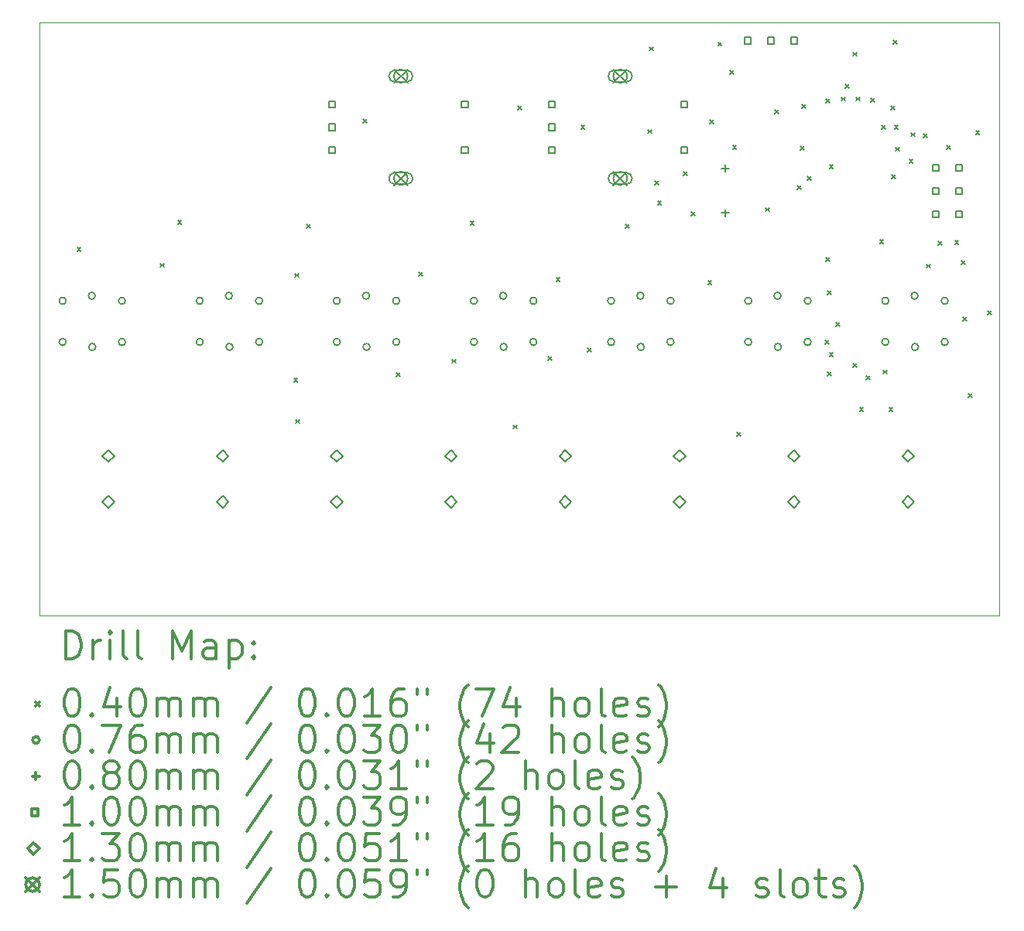
<source format=gbr>
%FSLAX45Y45*%
G04 Gerber Fmt 4.5, Leading zero omitted, Abs format (unit mm)*
G04 Created by KiCad (PCBNEW (5.1.9)-1) date 2021-04-20 14:37:50*
%MOMM*%
%LPD*%
G01*
G04 APERTURE LIST*
%TA.AperFunction,Profile*%
%ADD10C,0.050000*%
%TD*%
%ADD11C,0.200000*%
%ADD12C,0.300000*%
G04 APERTURE END LIST*
D10*
X15500000Y-8500000D02*
X5000000Y-8500000D01*
X15500000Y-15000000D02*
X15500000Y-8500000D01*
X5000000Y-15000000D02*
X15500000Y-15000000D01*
X5000000Y-15000000D02*
X5000000Y-8500000D01*
D11*
X5410000Y-10970000D02*
X5450000Y-11010000D01*
X5450000Y-10970000D02*
X5410000Y-11010000D01*
X6320000Y-11140000D02*
X6360000Y-11180000D01*
X6360000Y-11140000D02*
X6320000Y-11180000D01*
X6510000Y-10670000D02*
X6550000Y-10710000D01*
X6550000Y-10670000D02*
X6510000Y-10710000D01*
X7780000Y-12400000D02*
X7820000Y-12440000D01*
X7820000Y-12400000D02*
X7780000Y-12440000D01*
X7790000Y-11250000D02*
X7830000Y-11290000D01*
X7830000Y-11250000D02*
X7790000Y-11290000D01*
X7800000Y-12850000D02*
X7840000Y-12890000D01*
X7840000Y-12850000D02*
X7800000Y-12890000D01*
X7920000Y-10710000D02*
X7960000Y-10750000D01*
X7960000Y-10710000D02*
X7920000Y-10750000D01*
X8540000Y-9560000D02*
X8580000Y-9600000D01*
X8580000Y-9560000D02*
X8540000Y-9600000D01*
X8900000Y-12340000D02*
X8940000Y-12380000D01*
X8940000Y-12340000D02*
X8900000Y-12380000D01*
X9150000Y-11240000D02*
X9190000Y-11280000D01*
X9190000Y-11240000D02*
X9150000Y-11280000D01*
X9510000Y-12190000D02*
X9550000Y-12230000D01*
X9550000Y-12190000D02*
X9510000Y-12230000D01*
X9710000Y-10680000D02*
X9750000Y-10720000D01*
X9750000Y-10680000D02*
X9710000Y-10720000D01*
X10180000Y-12910000D02*
X10220000Y-12950000D01*
X10220000Y-12910000D02*
X10180000Y-12950000D01*
X10230000Y-9420000D02*
X10270000Y-9460000D01*
X10270000Y-9420000D02*
X10230000Y-9460000D01*
X10560000Y-12160000D02*
X10600000Y-12200000D01*
X10600000Y-12160000D02*
X10560000Y-12200000D01*
X10650000Y-11300000D02*
X10690000Y-11340000D01*
X10690000Y-11300000D02*
X10650000Y-11340000D01*
X10920000Y-9630000D02*
X10960000Y-9670000D01*
X10960000Y-9630000D02*
X10920000Y-9670000D01*
X10990000Y-12070000D02*
X11030000Y-12110000D01*
X11030000Y-12070000D02*
X10990000Y-12110000D01*
X11410000Y-10710000D02*
X11450000Y-10750000D01*
X11450000Y-10710000D02*
X11410000Y-10750000D01*
X11655000Y-9675000D02*
X11695000Y-9715000D01*
X11695000Y-9675000D02*
X11655000Y-9715000D01*
X11670000Y-8770000D02*
X11710000Y-8810000D01*
X11710000Y-8770000D02*
X11670000Y-8810000D01*
X11730000Y-10240000D02*
X11770000Y-10280000D01*
X11770000Y-10240000D02*
X11730000Y-10280000D01*
X11760000Y-10460000D02*
X11800000Y-10500000D01*
X11800000Y-10460000D02*
X11760000Y-10500000D01*
X12040000Y-10140000D02*
X12080000Y-10180000D01*
X12080000Y-10140000D02*
X12040000Y-10180000D01*
X12130000Y-10580000D02*
X12170000Y-10620000D01*
X12170000Y-10580000D02*
X12130000Y-10620000D01*
X12310000Y-11330000D02*
X12350000Y-11370000D01*
X12350000Y-11330000D02*
X12310000Y-11370000D01*
X12330000Y-9570000D02*
X12370000Y-9610000D01*
X12370000Y-9570000D02*
X12330000Y-9610000D01*
X12420000Y-8720000D02*
X12460000Y-8760000D01*
X12460000Y-8720000D02*
X12420000Y-8760000D01*
X12550000Y-9030000D02*
X12590000Y-9070000D01*
X12590000Y-9030000D02*
X12550000Y-9070000D01*
X12580000Y-9850000D02*
X12620000Y-9890000D01*
X12620000Y-9850000D02*
X12580000Y-9890000D01*
X12630000Y-12990000D02*
X12670000Y-13030000D01*
X12670000Y-12990000D02*
X12630000Y-13030000D01*
X12940000Y-10530000D02*
X12980000Y-10570000D01*
X12980000Y-10530000D02*
X12940000Y-10570000D01*
X13040000Y-9460000D02*
X13080000Y-9500000D01*
X13080000Y-9460000D02*
X13040000Y-9500000D01*
X13290000Y-10290000D02*
X13330000Y-10330000D01*
X13330000Y-10290000D02*
X13290000Y-10330000D01*
X13320000Y-9860000D02*
X13360000Y-9900000D01*
X13360000Y-9860000D02*
X13320000Y-9900000D01*
X13340000Y-9400000D02*
X13380000Y-9440000D01*
X13380000Y-9400000D02*
X13340000Y-9440000D01*
X13400000Y-10190000D02*
X13440000Y-10230000D01*
X13440000Y-10190000D02*
X13400000Y-10230000D01*
X13590000Y-11980000D02*
X13630000Y-12020000D01*
X13630000Y-11980000D02*
X13590000Y-12020000D01*
X13600000Y-9340000D02*
X13640000Y-9380000D01*
X13640000Y-9340000D02*
X13600000Y-9380000D01*
X13600000Y-11080000D02*
X13640000Y-11120000D01*
X13640000Y-11080000D02*
X13600000Y-11120000D01*
X13620000Y-11440000D02*
X13660000Y-11480000D01*
X13660000Y-11440000D02*
X13620000Y-11480000D01*
X13620000Y-12330000D02*
X13660000Y-12370000D01*
X13660000Y-12330000D02*
X13620000Y-12370000D01*
X13640000Y-10060000D02*
X13680000Y-10100000D01*
X13680000Y-10060000D02*
X13640000Y-10100000D01*
X13640000Y-12120000D02*
X13680000Y-12160000D01*
X13680000Y-12120000D02*
X13640000Y-12160000D01*
X13710000Y-11790000D02*
X13750000Y-11830000D01*
X13750000Y-11790000D02*
X13710000Y-11830000D01*
X13770000Y-9320000D02*
X13810000Y-9360000D01*
X13810000Y-9320000D02*
X13770000Y-9360000D01*
X13810000Y-9180000D02*
X13850000Y-9220000D01*
X13850000Y-9180000D02*
X13810000Y-9220000D01*
X13900000Y-8830000D02*
X13940000Y-8870000D01*
X13940000Y-8830000D02*
X13900000Y-8870000D01*
X13900000Y-12240000D02*
X13940000Y-12280000D01*
X13940000Y-12240000D02*
X13900000Y-12280000D01*
X13930000Y-9320000D02*
X13970000Y-9360000D01*
X13970000Y-9320000D02*
X13930000Y-9360000D01*
X13970000Y-12720000D02*
X14010000Y-12760000D01*
X14010000Y-12720000D02*
X13970000Y-12760000D01*
X14040000Y-12370000D02*
X14080000Y-12410000D01*
X14080000Y-12370000D02*
X14040000Y-12410000D01*
X14090000Y-9330000D02*
X14130000Y-9370000D01*
X14130000Y-9330000D02*
X14090000Y-9370000D01*
X14190000Y-10880000D02*
X14230000Y-10920000D01*
X14230000Y-10880000D02*
X14190000Y-10920000D01*
X14210000Y-9630000D02*
X14250000Y-9670000D01*
X14250000Y-9630000D02*
X14210000Y-9670000D01*
X14230000Y-12310000D02*
X14270000Y-12350000D01*
X14270000Y-12310000D02*
X14230000Y-12350000D01*
X14290000Y-12720000D02*
X14330000Y-12760000D01*
X14330000Y-12720000D02*
X14290000Y-12760000D01*
X14310000Y-9420000D02*
X14350000Y-9460000D01*
X14350000Y-9420000D02*
X14310000Y-9460000D01*
X14320000Y-10170000D02*
X14360000Y-10210000D01*
X14360000Y-10170000D02*
X14320000Y-10210000D01*
X14340000Y-8700000D02*
X14380000Y-8740000D01*
X14380000Y-8700000D02*
X14340000Y-8740000D01*
X14350000Y-9630000D02*
X14390000Y-9670000D01*
X14390000Y-9630000D02*
X14350000Y-9670000D01*
X14360000Y-9870000D02*
X14400000Y-9910000D01*
X14400000Y-9870000D02*
X14360000Y-9910000D01*
X14510000Y-10000000D02*
X14550000Y-10040000D01*
X14550000Y-10000000D02*
X14510000Y-10040000D01*
X14530000Y-9710000D02*
X14570000Y-9750000D01*
X14570000Y-9710000D02*
X14530000Y-9750000D01*
X14670000Y-9720000D02*
X14710000Y-9760000D01*
X14710000Y-9720000D02*
X14670000Y-9760000D01*
X14700000Y-11150000D02*
X14740000Y-11190000D01*
X14740000Y-11150000D02*
X14700000Y-11190000D01*
X14830000Y-10900000D02*
X14870000Y-10940000D01*
X14870000Y-10900000D02*
X14830000Y-10940000D01*
X14920000Y-9850000D02*
X14960000Y-9890000D01*
X14960000Y-9850000D02*
X14920000Y-9890000D01*
X15010000Y-10890000D02*
X15050000Y-10930000D01*
X15050000Y-10890000D02*
X15010000Y-10930000D01*
X15080000Y-11110000D02*
X15120000Y-11150000D01*
X15120000Y-11110000D02*
X15080000Y-11150000D01*
X15100000Y-11730000D02*
X15140000Y-11770000D01*
X15140000Y-11730000D02*
X15100000Y-11770000D01*
X15160000Y-12570000D02*
X15200000Y-12610000D01*
X15200000Y-12570000D02*
X15160000Y-12610000D01*
X15240000Y-9690000D02*
X15280000Y-9730000D01*
X15280000Y-9690000D02*
X15240000Y-9730000D01*
X15370000Y-11660000D02*
X15410000Y-11700000D01*
X15410000Y-11660000D02*
X15370000Y-11700000D01*
X5288100Y-11550000D02*
G75*
G03*
X5288100Y-11550000I-38100J0D01*
G01*
X5288100Y-12000000D02*
G75*
G03*
X5288100Y-12000000I-38100J0D01*
G01*
X5608100Y-11495000D02*
G75*
G03*
X5608100Y-11495000I-38100J0D01*
G01*
X5613100Y-12055000D02*
G75*
G03*
X5613100Y-12055000I-38100J0D01*
G01*
X5938100Y-11550000D02*
G75*
G03*
X5938100Y-11550000I-38100J0D01*
G01*
X5938100Y-12000000D02*
G75*
G03*
X5938100Y-12000000I-38100J0D01*
G01*
X6788100Y-11550000D02*
G75*
G03*
X6788100Y-11550000I-38100J0D01*
G01*
X6788100Y-12000000D02*
G75*
G03*
X6788100Y-12000000I-38100J0D01*
G01*
X7108100Y-11495000D02*
G75*
G03*
X7108100Y-11495000I-38100J0D01*
G01*
X7113100Y-12055000D02*
G75*
G03*
X7113100Y-12055000I-38100J0D01*
G01*
X7438100Y-11550000D02*
G75*
G03*
X7438100Y-11550000I-38100J0D01*
G01*
X7438100Y-12000000D02*
G75*
G03*
X7438100Y-12000000I-38100J0D01*
G01*
X8288100Y-11550000D02*
G75*
G03*
X8288100Y-11550000I-38100J0D01*
G01*
X8288100Y-12000000D02*
G75*
G03*
X8288100Y-12000000I-38100J0D01*
G01*
X8608100Y-11495000D02*
G75*
G03*
X8608100Y-11495000I-38100J0D01*
G01*
X8613100Y-12055000D02*
G75*
G03*
X8613100Y-12055000I-38100J0D01*
G01*
X8938100Y-11550000D02*
G75*
G03*
X8938100Y-11550000I-38100J0D01*
G01*
X8938100Y-12000000D02*
G75*
G03*
X8938100Y-12000000I-38100J0D01*
G01*
X9788100Y-11550000D02*
G75*
G03*
X9788100Y-11550000I-38100J0D01*
G01*
X9788100Y-12000000D02*
G75*
G03*
X9788100Y-12000000I-38100J0D01*
G01*
X10108100Y-11495000D02*
G75*
G03*
X10108100Y-11495000I-38100J0D01*
G01*
X10113100Y-12055000D02*
G75*
G03*
X10113100Y-12055000I-38100J0D01*
G01*
X10438100Y-11550000D02*
G75*
G03*
X10438100Y-11550000I-38100J0D01*
G01*
X10438100Y-12000000D02*
G75*
G03*
X10438100Y-12000000I-38100J0D01*
G01*
X11288100Y-11550000D02*
G75*
G03*
X11288100Y-11550000I-38100J0D01*
G01*
X11288100Y-12000000D02*
G75*
G03*
X11288100Y-12000000I-38100J0D01*
G01*
X11608100Y-11495000D02*
G75*
G03*
X11608100Y-11495000I-38100J0D01*
G01*
X11613100Y-12055000D02*
G75*
G03*
X11613100Y-12055000I-38100J0D01*
G01*
X11938100Y-11550000D02*
G75*
G03*
X11938100Y-11550000I-38100J0D01*
G01*
X11938100Y-12000000D02*
G75*
G03*
X11938100Y-12000000I-38100J0D01*
G01*
X12788100Y-11550000D02*
G75*
G03*
X12788100Y-11550000I-38100J0D01*
G01*
X12788100Y-12000000D02*
G75*
G03*
X12788100Y-12000000I-38100J0D01*
G01*
X13108100Y-11495000D02*
G75*
G03*
X13108100Y-11495000I-38100J0D01*
G01*
X13113100Y-12055000D02*
G75*
G03*
X13113100Y-12055000I-38100J0D01*
G01*
X13438100Y-11550000D02*
G75*
G03*
X13438100Y-11550000I-38100J0D01*
G01*
X13438100Y-12000000D02*
G75*
G03*
X13438100Y-12000000I-38100J0D01*
G01*
X14288100Y-11550000D02*
G75*
G03*
X14288100Y-11550000I-38100J0D01*
G01*
X14288100Y-12000000D02*
G75*
G03*
X14288100Y-12000000I-38100J0D01*
G01*
X14608100Y-11495000D02*
G75*
G03*
X14608100Y-11495000I-38100J0D01*
G01*
X14613100Y-12055000D02*
G75*
G03*
X14613100Y-12055000I-38100J0D01*
G01*
X14938100Y-11550000D02*
G75*
G03*
X14938100Y-11550000I-38100J0D01*
G01*
X14938100Y-12000000D02*
G75*
G03*
X14938100Y-12000000I-38100J0D01*
G01*
X12500000Y-10060000D02*
X12500000Y-10140000D01*
X12460000Y-10100000D02*
X12540000Y-10100000D01*
X12500000Y-10548000D02*
X12500000Y-10628000D01*
X12460000Y-10588000D02*
X12540000Y-10588000D01*
X8235356Y-9435356D02*
X8235356Y-9364644D01*
X8164644Y-9364644D01*
X8164644Y-9435356D01*
X8235356Y-9435356D01*
X8235356Y-9685356D02*
X8235356Y-9614644D01*
X8164644Y-9614644D01*
X8164644Y-9685356D01*
X8235356Y-9685356D01*
X8235356Y-9935356D02*
X8235356Y-9864644D01*
X8164644Y-9864644D01*
X8164644Y-9935356D01*
X8235356Y-9935356D01*
X9685356Y-9435356D02*
X9685356Y-9364644D01*
X9614644Y-9364644D01*
X9614644Y-9435356D01*
X9685356Y-9435356D01*
X9685356Y-9935356D02*
X9685356Y-9864644D01*
X9614644Y-9864644D01*
X9614644Y-9935356D01*
X9685356Y-9935356D01*
X10635356Y-9435356D02*
X10635356Y-9364644D01*
X10564644Y-9364644D01*
X10564644Y-9435356D01*
X10635356Y-9435356D01*
X10635356Y-9685356D02*
X10635356Y-9614644D01*
X10564644Y-9614644D01*
X10564644Y-9685356D01*
X10635356Y-9685356D01*
X10635356Y-9935356D02*
X10635356Y-9864644D01*
X10564644Y-9864644D01*
X10564644Y-9935356D01*
X10635356Y-9935356D01*
X12085356Y-9435356D02*
X12085356Y-9364644D01*
X12014644Y-9364644D01*
X12014644Y-9435356D01*
X12085356Y-9435356D01*
X12085356Y-9935356D02*
X12085356Y-9864644D01*
X12014644Y-9864644D01*
X12014644Y-9935356D01*
X12085356Y-9935356D01*
X12781356Y-8735356D02*
X12781356Y-8664644D01*
X12710644Y-8664644D01*
X12710644Y-8735356D01*
X12781356Y-8735356D01*
X13035356Y-8735356D02*
X13035356Y-8664644D01*
X12964644Y-8664644D01*
X12964644Y-8735356D01*
X13035356Y-8735356D01*
X13289356Y-8735356D02*
X13289356Y-8664644D01*
X13218644Y-8664644D01*
X13218644Y-8735356D01*
X13289356Y-8735356D01*
X14835356Y-10127356D02*
X14835356Y-10056644D01*
X14764644Y-10056644D01*
X14764644Y-10127356D01*
X14835356Y-10127356D01*
X14835356Y-10381356D02*
X14835356Y-10310644D01*
X14764644Y-10310644D01*
X14764644Y-10381356D01*
X14835356Y-10381356D01*
X14835356Y-10635356D02*
X14835356Y-10564644D01*
X14764644Y-10564644D01*
X14764644Y-10635356D01*
X14835356Y-10635356D01*
X15089356Y-10127356D02*
X15089356Y-10056644D01*
X15018644Y-10056644D01*
X15018644Y-10127356D01*
X15089356Y-10127356D01*
X15089356Y-10381356D02*
X15089356Y-10310644D01*
X15018644Y-10310644D01*
X15018644Y-10381356D01*
X15089356Y-10381356D01*
X15089356Y-10635356D02*
X15089356Y-10564644D01*
X15018644Y-10564644D01*
X15018644Y-10635356D01*
X15089356Y-10635356D01*
X5750000Y-13315000D02*
X5815000Y-13250000D01*
X5750000Y-13185000D01*
X5685000Y-13250000D01*
X5750000Y-13315000D01*
X5750000Y-13815000D02*
X5815000Y-13750000D01*
X5750000Y-13685000D01*
X5685000Y-13750000D01*
X5750000Y-13815000D01*
X7000000Y-13315000D02*
X7065000Y-13250000D01*
X7000000Y-13185000D01*
X6935000Y-13250000D01*
X7000000Y-13315000D01*
X7000000Y-13815000D02*
X7065000Y-13750000D01*
X7000000Y-13685000D01*
X6935000Y-13750000D01*
X7000000Y-13815000D01*
X8250000Y-13315000D02*
X8315000Y-13250000D01*
X8250000Y-13185000D01*
X8185000Y-13250000D01*
X8250000Y-13315000D01*
X8250000Y-13815000D02*
X8315000Y-13750000D01*
X8250000Y-13685000D01*
X8185000Y-13750000D01*
X8250000Y-13815000D01*
X9500000Y-13315000D02*
X9565000Y-13250000D01*
X9500000Y-13185000D01*
X9435000Y-13250000D01*
X9500000Y-13315000D01*
X9500000Y-13815000D02*
X9565000Y-13750000D01*
X9500000Y-13685000D01*
X9435000Y-13750000D01*
X9500000Y-13815000D01*
X10750000Y-13315000D02*
X10815000Y-13250000D01*
X10750000Y-13185000D01*
X10685000Y-13250000D01*
X10750000Y-13315000D01*
X10750000Y-13815000D02*
X10815000Y-13750000D01*
X10750000Y-13685000D01*
X10685000Y-13750000D01*
X10750000Y-13815000D01*
X12000000Y-13315000D02*
X12065000Y-13250000D01*
X12000000Y-13185000D01*
X11935000Y-13250000D01*
X12000000Y-13315000D01*
X12000000Y-13815000D02*
X12065000Y-13750000D01*
X12000000Y-13685000D01*
X11935000Y-13750000D01*
X12000000Y-13815000D01*
X13250000Y-13315000D02*
X13315000Y-13250000D01*
X13250000Y-13185000D01*
X13185000Y-13250000D01*
X13250000Y-13315000D01*
X13250000Y-13815000D02*
X13315000Y-13750000D01*
X13250000Y-13685000D01*
X13185000Y-13750000D01*
X13250000Y-13815000D01*
X14500000Y-13315000D02*
X14565000Y-13250000D01*
X14500000Y-13185000D01*
X14435000Y-13250000D01*
X14500000Y-13315000D01*
X14500000Y-13815000D02*
X14565000Y-13750000D01*
X14500000Y-13685000D01*
X14435000Y-13750000D01*
X14500000Y-13815000D01*
X8875000Y-9015000D02*
X9025000Y-9165000D01*
X9025000Y-9015000D02*
X8875000Y-9165000D01*
X9025000Y-9090000D02*
G75*
G03*
X9025000Y-9090000I-75000J0D01*
G01*
X8885000Y-9155000D02*
X9015000Y-9155000D01*
X8885000Y-9025000D02*
X9015000Y-9025000D01*
X9015000Y-9155000D02*
G75*
G03*
X9015000Y-9025000I0J65000D01*
G01*
X8885000Y-9025000D02*
G75*
G03*
X8885000Y-9155000I0J-65000D01*
G01*
X8875000Y-10135000D02*
X9025000Y-10285000D01*
X9025000Y-10135000D02*
X8875000Y-10285000D01*
X9025000Y-10210000D02*
G75*
G03*
X9025000Y-10210000I-75000J0D01*
G01*
X8885000Y-10275000D02*
X9015000Y-10275000D01*
X8885000Y-10145000D02*
X9015000Y-10145000D01*
X9015000Y-10275000D02*
G75*
G03*
X9015000Y-10145000I0J65000D01*
G01*
X8885000Y-10145000D02*
G75*
G03*
X8885000Y-10275000I0J-65000D01*
G01*
X11275000Y-9015000D02*
X11425000Y-9165000D01*
X11425000Y-9015000D02*
X11275000Y-9165000D01*
X11425000Y-9090000D02*
G75*
G03*
X11425000Y-9090000I-75000J0D01*
G01*
X11285000Y-9155000D02*
X11415000Y-9155000D01*
X11285000Y-9025000D02*
X11415000Y-9025000D01*
X11415000Y-9155000D02*
G75*
G03*
X11415000Y-9025000I0J65000D01*
G01*
X11285000Y-9025000D02*
G75*
G03*
X11285000Y-9155000I0J-65000D01*
G01*
X11275000Y-10135000D02*
X11425000Y-10285000D01*
X11425000Y-10135000D02*
X11275000Y-10285000D01*
X11425000Y-10210000D02*
G75*
G03*
X11425000Y-10210000I-75000J0D01*
G01*
X11285000Y-10275000D02*
X11415000Y-10275000D01*
X11285000Y-10145000D02*
X11415000Y-10145000D01*
X11415000Y-10275000D02*
G75*
G03*
X11415000Y-10145000I0J65000D01*
G01*
X11285000Y-10145000D02*
G75*
G03*
X11285000Y-10275000I0J-65000D01*
G01*
D12*
X5283928Y-15468214D02*
X5283928Y-15168214D01*
X5355357Y-15168214D01*
X5398214Y-15182500D01*
X5426786Y-15211071D01*
X5441071Y-15239643D01*
X5455357Y-15296786D01*
X5455357Y-15339643D01*
X5441071Y-15396786D01*
X5426786Y-15425357D01*
X5398214Y-15453929D01*
X5355357Y-15468214D01*
X5283928Y-15468214D01*
X5583928Y-15468214D02*
X5583928Y-15268214D01*
X5583928Y-15325357D02*
X5598214Y-15296786D01*
X5612500Y-15282500D01*
X5641071Y-15268214D01*
X5669643Y-15268214D01*
X5769643Y-15468214D02*
X5769643Y-15268214D01*
X5769643Y-15168214D02*
X5755357Y-15182500D01*
X5769643Y-15196786D01*
X5783928Y-15182500D01*
X5769643Y-15168214D01*
X5769643Y-15196786D01*
X5955357Y-15468214D02*
X5926786Y-15453929D01*
X5912500Y-15425357D01*
X5912500Y-15168214D01*
X6112500Y-15468214D02*
X6083928Y-15453929D01*
X6069643Y-15425357D01*
X6069643Y-15168214D01*
X6455357Y-15468214D02*
X6455357Y-15168214D01*
X6555357Y-15382500D01*
X6655357Y-15168214D01*
X6655357Y-15468214D01*
X6926786Y-15468214D02*
X6926786Y-15311071D01*
X6912500Y-15282500D01*
X6883928Y-15268214D01*
X6826786Y-15268214D01*
X6798214Y-15282500D01*
X6926786Y-15453929D02*
X6898214Y-15468214D01*
X6826786Y-15468214D01*
X6798214Y-15453929D01*
X6783928Y-15425357D01*
X6783928Y-15396786D01*
X6798214Y-15368214D01*
X6826786Y-15353929D01*
X6898214Y-15353929D01*
X6926786Y-15339643D01*
X7069643Y-15268214D02*
X7069643Y-15568214D01*
X7069643Y-15282500D02*
X7098214Y-15268214D01*
X7155357Y-15268214D01*
X7183928Y-15282500D01*
X7198214Y-15296786D01*
X7212500Y-15325357D01*
X7212500Y-15411071D01*
X7198214Y-15439643D01*
X7183928Y-15453929D01*
X7155357Y-15468214D01*
X7098214Y-15468214D01*
X7069643Y-15453929D01*
X7341071Y-15439643D02*
X7355357Y-15453929D01*
X7341071Y-15468214D01*
X7326786Y-15453929D01*
X7341071Y-15439643D01*
X7341071Y-15468214D01*
X7341071Y-15282500D02*
X7355357Y-15296786D01*
X7341071Y-15311071D01*
X7326786Y-15296786D01*
X7341071Y-15282500D01*
X7341071Y-15311071D01*
X4957500Y-15942500D02*
X4997500Y-15982500D01*
X4997500Y-15942500D02*
X4957500Y-15982500D01*
X5341071Y-15798214D02*
X5369643Y-15798214D01*
X5398214Y-15812500D01*
X5412500Y-15826786D01*
X5426786Y-15855357D01*
X5441071Y-15912500D01*
X5441071Y-15983929D01*
X5426786Y-16041071D01*
X5412500Y-16069643D01*
X5398214Y-16083929D01*
X5369643Y-16098214D01*
X5341071Y-16098214D01*
X5312500Y-16083929D01*
X5298214Y-16069643D01*
X5283928Y-16041071D01*
X5269643Y-15983929D01*
X5269643Y-15912500D01*
X5283928Y-15855357D01*
X5298214Y-15826786D01*
X5312500Y-15812500D01*
X5341071Y-15798214D01*
X5569643Y-16069643D02*
X5583928Y-16083929D01*
X5569643Y-16098214D01*
X5555357Y-16083929D01*
X5569643Y-16069643D01*
X5569643Y-16098214D01*
X5841071Y-15898214D02*
X5841071Y-16098214D01*
X5769643Y-15783929D02*
X5698214Y-15998214D01*
X5883928Y-15998214D01*
X6055357Y-15798214D02*
X6083928Y-15798214D01*
X6112500Y-15812500D01*
X6126786Y-15826786D01*
X6141071Y-15855357D01*
X6155357Y-15912500D01*
X6155357Y-15983929D01*
X6141071Y-16041071D01*
X6126786Y-16069643D01*
X6112500Y-16083929D01*
X6083928Y-16098214D01*
X6055357Y-16098214D01*
X6026786Y-16083929D01*
X6012500Y-16069643D01*
X5998214Y-16041071D01*
X5983928Y-15983929D01*
X5983928Y-15912500D01*
X5998214Y-15855357D01*
X6012500Y-15826786D01*
X6026786Y-15812500D01*
X6055357Y-15798214D01*
X6283928Y-16098214D02*
X6283928Y-15898214D01*
X6283928Y-15926786D02*
X6298214Y-15912500D01*
X6326786Y-15898214D01*
X6369643Y-15898214D01*
X6398214Y-15912500D01*
X6412500Y-15941071D01*
X6412500Y-16098214D01*
X6412500Y-15941071D02*
X6426786Y-15912500D01*
X6455357Y-15898214D01*
X6498214Y-15898214D01*
X6526786Y-15912500D01*
X6541071Y-15941071D01*
X6541071Y-16098214D01*
X6683928Y-16098214D02*
X6683928Y-15898214D01*
X6683928Y-15926786D02*
X6698214Y-15912500D01*
X6726786Y-15898214D01*
X6769643Y-15898214D01*
X6798214Y-15912500D01*
X6812500Y-15941071D01*
X6812500Y-16098214D01*
X6812500Y-15941071D02*
X6826786Y-15912500D01*
X6855357Y-15898214D01*
X6898214Y-15898214D01*
X6926786Y-15912500D01*
X6941071Y-15941071D01*
X6941071Y-16098214D01*
X7526786Y-15783929D02*
X7269643Y-16169643D01*
X7912500Y-15798214D02*
X7941071Y-15798214D01*
X7969643Y-15812500D01*
X7983928Y-15826786D01*
X7998214Y-15855357D01*
X8012500Y-15912500D01*
X8012500Y-15983929D01*
X7998214Y-16041071D01*
X7983928Y-16069643D01*
X7969643Y-16083929D01*
X7941071Y-16098214D01*
X7912500Y-16098214D01*
X7883928Y-16083929D01*
X7869643Y-16069643D01*
X7855357Y-16041071D01*
X7841071Y-15983929D01*
X7841071Y-15912500D01*
X7855357Y-15855357D01*
X7869643Y-15826786D01*
X7883928Y-15812500D01*
X7912500Y-15798214D01*
X8141071Y-16069643D02*
X8155357Y-16083929D01*
X8141071Y-16098214D01*
X8126786Y-16083929D01*
X8141071Y-16069643D01*
X8141071Y-16098214D01*
X8341071Y-15798214D02*
X8369643Y-15798214D01*
X8398214Y-15812500D01*
X8412500Y-15826786D01*
X8426786Y-15855357D01*
X8441071Y-15912500D01*
X8441071Y-15983929D01*
X8426786Y-16041071D01*
X8412500Y-16069643D01*
X8398214Y-16083929D01*
X8369643Y-16098214D01*
X8341071Y-16098214D01*
X8312500Y-16083929D01*
X8298214Y-16069643D01*
X8283928Y-16041071D01*
X8269643Y-15983929D01*
X8269643Y-15912500D01*
X8283928Y-15855357D01*
X8298214Y-15826786D01*
X8312500Y-15812500D01*
X8341071Y-15798214D01*
X8726786Y-16098214D02*
X8555357Y-16098214D01*
X8641071Y-16098214D02*
X8641071Y-15798214D01*
X8612500Y-15841071D01*
X8583928Y-15869643D01*
X8555357Y-15883929D01*
X8983928Y-15798214D02*
X8926786Y-15798214D01*
X8898214Y-15812500D01*
X8883928Y-15826786D01*
X8855357Y-15869643D01*
X8841071Y-15926786D01*
X8841071Y-16041071D01*
X8855357Y-16069643D01*
X8869643Y-16083929D01*
X8898214Y-16098214D01*
X8955357Y-16098214D01*
X8983928Y-16083929D01*
X8998214Y-16069643D01*
X9012500Y-16041071D01*
X9012500Y-15969643D01*
X8998214Y-15941071D01*
X8983928Y-15926786D01*
X8955357Y-15912500D01*
X8898214Y-15912500D01*
X8869643Y-15926786D01*
X8855357Y-15941071D01*
X8841071Y-15969643D01*
X9126786Y-15798214D02*
X9126786Y-15855357D01*
X9241071Y-15798214D02*
X9241071Y-15855357D01*
X9683928Y-16212500D02*
X9669643Y-16198214D01*
X9641071Y-16155357D01*
X9626786Y-16126786D01*
X9612500Y-16083929D01*
X9598214Y-16012500D01*
X9598214Y-15955357D01*
X9612500Y-15883929D01*
X9626786Y-15841071D01*
X9641071Y-15812500D01*
X9669643Y-15769643D01*
X9683928Y-15755357D01*
X9769643Y-15798214D02*
X9969643Y-15798214D01*
X9841071Y-16098214D01*
X10212500Y-15898214D02*
X10212500Y-16098214D01*
X10141071Y-15783929D02*
X10069643Y-15998214D01*
X10255357Y-15998214D01*
X10598214Y-16098214D02*
X10598214Y-15798214D01*
X10726786Y-16098214D02*
X10726786Y-15941071D01*
X10712500Y-15912500D01*
X10683928Y-15898214D01*
X10641071Y-15898214D01*
X10612500Y-15912500D01*
X10598214Y-15926786D01*
X10912500Y-16098214D02*
X10883928Y-16083929D01*
X10869643Y-16069643D01*
X10855357Y-16041071D01*
X10855357Y-15955357D01*
X10869643Y-15926786D01*
X10883928Y-15912500D01*
X10912500Y-15898214D01*
X10955357Y-15898214D01*
X10983928Y-15912500D01*
X10998214Y-15926786D01*
X11012500Y-15955357D01*
X11012500Y-16041071D01*
X10998214Y-16069643D01*
X10983928Y-16083929D01*
X10955357Y-16098214D01*
X10912500Y-16098214D01*
X11183928Y-16098214D02*
X11155357Y-16083929D01*
X11141071Y-16055357D01*
X11141071Y-15798214D01*
X11412500Y-16083929D02*
X11383928Y-16098214D01*
X11326786Y-16098214D01*
X11298214Y-16083929D01*
X11283928Y-16055357D01*
X11283928Y-15941071D01*
X11298214Y-15912500D01*
X11326786Y-15898214D01*
X11383928Y-15898214D01*
X11412500Y-15912500D01*
X11426786Y-15941071D01*
X11426786Y-15969643D01*
X11283928Y-15998214D01*
X11541071Y-16083929D02*
X11569643Y-16098214D01*
X11626786Y-16098214D01*
X11655357Y-16083929D01*
X11669643Y-16055357D01*
X11669643Y-16041071D01*
X11655357Y-16012500D01*
X11626786Y-15998214D01*
X11583928Y-15998214D01*
X11555357Y-15983929D01*
X11541071Y-15955357D01*
X11541071Y-15941071D01*
X11555357Y-15912500D01*
X11583928Y-15898214D01*
X11626786Y-15898214D01*
X11655357Y-15912500D01*
X11769643Y-16212500D02*
X11783928Y-16198214D01*
X11812500Y-16155357D01*
X11826786Y-16126786D01*
X11841071Y-16083929D01*
X11855357Y-16012500D01*
X11855357Y-15955357D01*
X11841071Y-15883929D01*
X11826786Y-15841071D01*
X11812500Y-15812500D01*
X11783928Y-15769643D01*
X11769643Y-15755357D01*
X4997500Y-16358500D02*
G75*
G03*
X4997500Y-16358500I-38100J0D01*
G01*
X5341071Y-16194214D02*
X5369643Y-16194214D01*
X5398214Y-16208500D01*
X5412500Y-16222786D01*
X5426786Y-16251357D01*
X5441071Y-16308500D01*
X5441071Y-16379929D01*
X5426786Y-16437071D01*
X5412500Y-16465643D01*
X5398214Y-16479929D01*
X5369643Y-16494214D01*
X5341071Y-16494214D01*
X5312500Y-16479929D01*
X5298214Y-16465643D01*
X5283928Y-16437071D01*
X5269643Y-16379929D01*
X5269643Y-16308500D01*
X5283928Y-16251357D01*
X5298214Y-16222786D01*
X5312500Y-16208500D01*
X5341071Y-16194214D01*
X5569643Y-16465643D02*
X5583928Y-16479929D01*
X5569643Y-16494214D01*
X5555357Y-16479929D01*
X5569643Y-16465643D01*
X5569643Y-16494214D01*
X5683928Y-16194214D02*
X5883928Y-16194214D01*
X5755357Y-16494214D01*
X6126786Y-16194214D02*
X6069643Y-16194214D01*
X6041071Y-16208500D01*
X6026786Y-16222786D01*
X5998214Y-16265643D01*
X5983928Y-16322786D01*
X5983928Y-16437071D01*
X5998214Y-16465643D01*
X6012500Y-16479929D01*
X6041071Y-16494214D01*
X6098214Y-16494214D01*
X6126786Y-16479929D01*
X6141071Y-16465643D01*
X6155357Y-16437071D01*
X6155357Y-16365643D01*
X6141071Y-16337071D01*
X6126786Y-16322786D01*
X6098214Y-16308500D01*
X6041071Y-16308500D01*
X6012500Y-16322786D01*
X5998214Y-16337071D01*
X5983928Y-16365643D01*
X6283928Y-16494214D02*
X6283928Y-16294214D01*
X6283928Y-16322786D02*
X6298214Y-16308500D01*
X6326786Y-16294214D01*
X6369643Y-16294214D01*
X6398214Y-16308500D01*
X6412500Y-16337071D01*
X6412500Y-16494214D01*
X6412500Y-16337071D02*
X6426786Y-16308500D01*
X6455357Y-16294214D01*
X6498214Y-16294214D01*
X6526786Y-16308500D01*
X6541071Y-16337071D01*
X6541071Y-16494214D01*
X6683928Y-16494214D02*
X6683928Y-16294214D01*
X6683928Y-16322786D02*
X6698214Y-16308500D01*
X6726786Y-16294214D01*
X6769643Y-16294214D01*
X6798214Y-16308500D01*
X6812500Y-16337071D01*
X6812500Y-16494214D01*
X6812500Y-16337071D02*
X6826786Y-16308500D01*
X6855357Y-16294214D01*
X6898214Y-16294214D01*
X6926786Y-16308500D01*
X6941071Y-16337071D01*
X6941071Y-16494214D01*
X7526786Y-16179929D02*
X7269643Y-16565643D01*
X7912500Y-16194214D02*
X7941071Y-16194214D01*
X7969643Y-16208500D01*
X7983928Y-16222786D01*
X7998214Y-16251357D01*
X8012500Y-16308500D01*
X8012500Y-16379929D01*
X7998214Y-16437071D01*
X7983928Y-16465643D01*
X7969643Y-16479929D01*
X7941071Y-16494214D01*
X7912500Y-16494214D01*
X7883928Y-16479929D01*
X7869643Y-16465643D01*
X7855357Y-16437071D01*
X7841071Y-16379929D01*
X7841071Y-16308500D01*
X7855357Y-16251357D01*
X7869643Y-16222786D01*
X7883928Y-16208500D01*
X7912500Y-16194214D01*
X8141071Y-16465643D02*
X8155357Y-16479929D01*
X8141071Y-16494214D01*
X8126786Y-16479929D01*
X8141071Y-16465643D01*
X8141071Y-16494214D01*
X8341071Y-16194214D02*
X8369643Y-16194214D01*
X8398214Y-16208500D01*
X8412500Y-16222786D01*
X8426786Y-16251357D01*
X8441071Y-16308500D01*
X8441071Y-16379929D01*
X8426786Y-16437071D01*
X8412500Y-16465643D01*
X8398214Y-16479929D01*
X8369643Y-16494214D01*
X8341071Y-16494214D01*
X8312500Y-16479929D01*
X8298214Y-16465643D01*
X8283928Y-16437071D01*
X8269643Y-16379929D01*
X8269643Y-16308500D01*
X8283928Y-16251357D01*
X8298214Y-16222786D01*
X8312500Y-16208500D01*
X8341071Y-16194214D01*
X8541071Y-16194214D02*
X8726786Y-16194214D01*
X8626786Y-16308500D01*
X8669643Y-16308500D01*
X8698214Y-16322786D01*
X8712500Y-16337071D01*
X8726786Y-16365643D01*
X8726786Y-16437071D01*
X8712500Y-16465643D01*
X8698214Y-16479929D01*
X8669643Y-16494214D01*
X8583928Y-16494214D01*
X8555357Y-16479929D01*
X8541071Y-16465643D01*
X8912500Y-16194214D02*
X8941071Y-16194214D01*
X8969643Y-16208500D01*
X8983928Y-16222786D01*
X8998214Y-16251357D01*
X9012500Y-16308500D01*
X9012500Y-16379929D01*
X8998214Y-16437071D01*
X8983928Y-16465643D01*
X8969643Y-16479929D01*
X8941071Y-16494214D01*
X8912500Y-16494214D01*
X8883928Y-16479929D01*
X8869643Y-16465643D01*
X8855357Y-16437071D01*
X8841071Y-16379929D01*
X8841071Y-16308500D01*
X8855357Y-16251357D01*
X8869643Y-16222786D01*
X8883928Y-16208500D01*
X8912500Y-16194214D01*
X9126786Y-16194214D02*
X9126786Y-16251357D01*
X9241071Y-16194214D02*
X9241071Y-16251357D01*
X9683928Y-16608500D02*
X9669643Y-16594214D01*
X9641071Y-16551357D01*
X9626786Y-16522786D01*
X9612500Y-16479929D01*
X9598214Y-16408500D01*
X9598214Y-16351357D01*
X9612500Y-16279929D01*
X9626786Y-16237071D01*
X9641071Y-16208500D01*
X9669643Y-16165643D01*
X9683928Y-16151357D01*
X9926786Y-16294214D02*
X9926786Y-16494214D01*
X9855357Y-16179929D02*
X9783928Y-16394214D01*
X9969643Y-16394214D01*
X10069643Y-16222786D02*
X10083928Y-16208500D01*
X10112500Y-16194214D01*
X10183928Y-16194214D01*
X10212500Y-16208500D01*
X10226786Y-16222786D01*
X10241071Y-16251357D01*
X10241071Y-16279929D01*
X10226786Y-16322786D01*
X10055357Y-16494214D01*
X10241071Y-16494214D01*
X10598214Y-16494214D02*
X10598214Y-16194214D01*
X10726786Y-16494214D02*
X10726786Y-16337071D01*
X10712500Y-16308500D01*
X10683928Y-16294214D01*
X10641071Y-16294214D01*
X10612500Y-16308500D01*
X10598214Y-16322786D01*
X10912500Y-16494214D02*
X10883928Y-16479929D01*
X10869643Y-16465643D01*
X10855357Y-16437071D01*
X10855357Y-16351357D01*
X10869643Y-16322786D01*
X10883928Y-16308500D01*
X10912500Y-16294214D01*
X10955357Y-16294214D01*
X10983928Y-16308500D01*
X10998214Y-16322786D01*
X11012500Y-16351357D01*
X11012500Y-16437071D01*
X10998214Y-16465643D01*
X10983928Y-16479929D01*
X10955357Y-16494214D01*
X10912500Y-16494214D01*
X11183928Y-16494214D02*
X11155357Y-16479929D01*
X11141071Y-16451357D01*
X11141071Y-16194214D01*
X11412500Y-16479929D02*
X11383928Y-16494214D01*
X11326786Y-16494214D01*
X11298214Y-16479929D01*
X11283928Y-16451357D01*
X11283928Y-16337071D01*
X11298214Y-16308500D01*
X11326786Y-16294214D01*
X11383928Y-16294214D01*
X11412500Y-16308500D01*
X11426786Y-16337071D01*
X11426786Y-16365643D01*
X11283928Y-16394214D01*
X11541071Y-16479929D02*
X11569643Y-16494214D01*
X11626786Y-16494214D01*
X11655357Y-16479929D01*
X11669643Y-16451357D01*
X11669643Y-16437071D01*
X11655357Y-16408500D01*
X11626786Y-16394214D01*
X11583928Y-16394214D01*
X11555357Y-16379929D01*
X11541071Y-16351357D01*
X11541071Y-16337071D01*
X11555357Y-16308500D01*
X11583928Y-16294214D01*
X11626786Y-16294214D01*
X11655357Y-16308500D01*
X11769643Y-16608500D02*
X11783928Y-16594214D01*
X11812500Y-16551357D01*
X11826786Y-16522786D01*
X11841071Y-16479929D01*
X11855357Y-16408500D01*
X11855357Y-16351357D01*
X11841071Y-16279929D01*
X11826786Y-16237071D01*
X11812500Y-16208500D01*
X11783928Y-16165643D01*
X11769643Y-16151357D01*
X4957500Y-16714500D02*
X4957500Y-16794500D01*
X4917500Y-16754500D02*
X4997500Y-16754500D01*
X5341071Y-16590214D02*
X5369643Y-16590214D01*
X5398214Y-16604500D01*
X5412500Y-16618786D01*
X5426786Y-16647357D01*
X5441071Y-16704500D01*
X5441071Y-16775929D01*
X5426786Y-16833072D01*
X5412500Y-16861643D01*
X5398214Y-16875929D01*
X5369643Y-16890214D01*
X5341071Y-16890214D01*
X5312500Y-16875929D01*
X5298214Y-16861643D01*
X5283928Y-16833072D01*
X5269643Y-16775929D01*
X5269643Y-16704500D01*
X5283928Y-16647357D01*
X5298214Y-16618786D01*
X5312500Y-16604500D01*
X5341071Y-16590214D01*
X5569643Y-16861643D02*
X5583928Y-16875929D01*
X5569643Y-16890214D01*
X5555357Y-16875929D01*
X5569643Y-16861643D01*
X5569643Y-16890214D01*
X5755357Y-16718786D02*
X5726786Y-16704500D01*
X5712500Y-16690214D01*
X5698214Y-16661643D01*
X5698214Y-16647357D01*
X5712500Y-16618786D01*
X5726786Y-16604500D01*
X5755357Y-16590214D01*
X5812500Y-16590214D01*
X5841071Y-16604500D01*
X5855357Y-16618786D01*
X5869643Y-16647357D01*
X5869643Y-16661643D01*
X5855357Y-16690214D01*
X5841071Y-16704500D01*
X5812500Y-16718786D01*
X5755357Y-16718786D01*
X5726786Y-16733071D01*
X5712500Y-16747357D01*
X5698214Y-16775929D01*
X5698214Y-16833072D01*
X5712500Y-16861643D01*
X5726786Y-16875929D01*
X5755357Y-16890214D01*
X5812500Y-16890214D01*
X5841071Y-16875929D01*
X5855357Y-16861643D01*
X5869643Y-16833072D01*
X5869643Y-16775929D01*
X5855357Y-16747357D01*
X5841071Y-16733071D01*
X5812500Y-16718786D01*
X6055357Y-16590214D02*
X6083928Y-16590214D01*
X6112500Y-16604500D01*
X6126786Y-16618786D01*
X6141071Y-16647357D01*
X6155357Y-16704500D01*
X6155357Y-16775929D01*
X6141071Y-16833072D01*
X6126786Y-16861643D01*
X6112500Y-16875929D01*
X6083928Y-16890214D01*
X6055357Y-16890214D01*
X6026786Y-16875929D01*
X6012500Y-16861643D01*
X5998214Y-16833072D01*
X5983928Y-16775929D01*
X5983928Y-16704500D01*
X5998214Y-16647357D01*
X6012500Y-16618786D01*
X6026786Y-16604500D01*
X6055357Y-16590214D01*
X6283928Y-16890214D02*
X6283928Y-16690214D01*
X6283928Y-16718786D02*
X6298214Y-16704500D01*
X6326786Y-16690214D01*
X6369643Y-16690214D01*
X6398214Y-16704500D01*
X6412500Y-16733071D01*
X6412500Y-16890214D01*
X6412500Y-16733071D02*
X6426786Y-16704500D01*
X6455357Y-16690214D01*
X6498214Y-16690214D01*
X6526786Y-16704500D01*
X6541071Y-16733071D01*
X6541071Y-16890214D01*
X6683928Y-16890214D02*
X6683928Y-16690214D01*
X6683928Y-16718786D02*
X6698214Y-16704500D01*
X6726786Y-16690214D01*
X6769643Y-16690214D01*
X6798214Y-16704500D01*
X6812500Y-16733071D01*
X6812500Y-16890214D01*
X6812500Y-16733071D02*
X6826786Y-16704500D01*
X6855357Y-16690214D01*
X6898214Y-16690214D01*
X6926786Y-16704500D01*
X6941071Y-16733071D01*
X6941071Y-16890214D01*
X7526786Y-16575929D02*
X7269643Y-16961643D01*
X7912500Y-16590214D02*
X7941071Y-16590214D01*
X7969643Y-16604500D01*
X7983928Y-16618786D01*
X7998214Y-16647357D01*
X8012500Y-16704500D01*
X8012500Y-16775929D01*
X7998214Y-16833072D01*
X7983928Y-16861643D01*
X7969643Y-16875929D01*
X7941071Y-16890214D01*
X7912500Y-16890214D01*
X7883928Y-16875929D01*
X7869643Y-16861643D01*
X7855357Y-16833072D01*
X7841071Y-16775929D01*
X7841071Y-16704500D01*
X7855357Y-16647357D01*
X7869643Y-16618786D01*
X7883928Y-16604500D01*
X7912500Y-16590214D01*
X8141071Y-16861643D02*
X8155357Y-16875929D01*
X8141071Y-16890214D01*
X8126786Y-16875929D01*
X8141071Y-16861643D01*
X8141071Y-16890214D01*
X8341071Y-16590214D02*
X8369643Y-16590214D01*
X8398214Y-16604500D01*
X8412500Y-16618786D01*
X8426786Y-16647357D01*
X8441071Y-16704500D01*
X8441071Y-16775929D01*
X8426786Y-16833072D01*
X8412500Y-16861643D01*
X8398214Y-16875929D01*
X8369643Y-16890214D01*
X8341071Y-16890214D01*
X8312500Y-16875929D01*
X8298214Y-16861643D01*
X8283928Y-16833072D01*
X8269643Y-16775929D01*
X8269643Y-16704500D01*
X8283928Y-16647357D01*
X8298214Y-16618786D01*
X8312500Y-16604500D01*
X8341071Y-16590214D01*
X8541071Y-16590214D02*
X8726786Y-16590214D01*
X8626786Y-16704500D01*
X8669643Y-16704500D01*
X8698214Y-16718786D01*
X8712500Y-16733071D01*
X8726786Y-16761643D01*
X8726786Y-16833072D01*
X8712500Y-16861643D01*
X8698214Y-16875929D01*
X8669643Y-16890214D01*
X8583928Y-16890214D01*
X8555357Y-16875929D01*
X8541071Y-16861643D01*
X9012500Y-16890214D02*
X8841071Y-16890214D01*
X8926786Y-16890214D02*
X8926786Y-16590214D01*
X8898214Y-16633071D01*
X8869643Y-16661643D01*
X8841071Y-16675929D01*
X9126786Y-16590214D02*
X9126786Y-16647357D01*
X9241071Y-16590214D02*
X9241071Y-16647357D01*
X9683928Y-17004500D02*
X9669643Y-16990214D01*
X9641071Y-16947357D01*
X9626786Y-16918786D01*
X9612500Y-16875929D01*
X9598214Y-16804500D01*
X9598214Y-16747357D01*
X9612500Y-16675929D01*
X9626786Y-16633071D01*
X9641071Y-16604500D01*
X9669643Y-16561643D01*
X9683928Y-16547357D01*
X9783928Y-16618786D02*
X9798214Y-16604500D01*
X9826786Y-16590214D01*
X9898214Y-16590214D01*
X9926786Y-16604500D01*
X9941071Y-16618786D01*
X9955357Y-16647357D01*
X9955357Y-16675929D01*
X9941071Y-16718786D01*
X9769643Y-16890214D01*
X9955357Y-16890214D01*
X10312500Y-16890214D02*
X10312500Y-16590214D01*
X10441071Y-16890214D02*
X10441071Y-16733071D01*
X10426786Y-16704500D01*
X10398214Y-16690214D01*
X10355357Y-16690214D01*
X10326786Y-16704500D01*
X10312500Y-16718786D01*
X10626786Y-16890214D02*
X10598214Y-16875929D01*
X10583928Y-16861643D01*
X10569643Y-16833072D01*
X10569643Y-16747357D01*
X10583928Y-16718786D01*
X10598214Y-16704500D01*
X10626786Y-16690214D01*
X10669643Y-16690214D01*
X10698214Y-16704500D01*
X10712500Y-16718786D01*
X10726786Y-16747357D01*
X10726786Y-16833072D01*
X10712500Y-16861643D01*
X10698214Y-16875929D01*
X10669643Y-16890214D01*
X10626786Y-16890214D01*
X10898214Y-16890214D02*
X10869643Y-16875929D01*
X10855357Y-16847357D01*
X10855357Y-16590214D01*
X11126786Y-16875929D02*
X11098214Y-16890214D01*
X11041071Y-16890214D01*
X11012500Y-16875929D01*
X10998214Y-16847357D01*
X10998214Y-16733071D01*
X11012500Y-16704500D01*
X11041071Y-16690214D01*
X11098214Y-16690214D01*
X11126786Y-16704500D01*
X11141071Y-16733071D01*
X11141071Y-16761643D01*
X10998214Y-16790214D01*
X11255357Y-16875929D02*
X11283928Y-16890214D01*
X11341071Y-16890214D01*
X11369643Y-16875929D01*
X11383928Y-16847357D01*
X11383928Y-16833072D01*
X11369643Y-16804500D01*
X11341071Y-16790214D01*
X11298214Y-16790214D01*
X11269643Y-16775929D01*
X11255357Y-16747357D01*
X11255357Y-16733071D01*
X11269643Y-16704500D01*
X11298214Y-16690214D01*
X11341071Y-16690214D01*
X11369643Y-16704500D01*
X11483928Y-17004500D02*
X11498214Y-16990214D01*
X11526786Y-16947357D01*
X11541071Y-16918786D01*
X11555357Y-16875929D01*
X11569643Y-16804500D01*
X11569643Y-16747357D01*
X11555357Y-16675929D01*
X11541071Y-16633071D01*
X11526786Y-16604500D01*
X11498214Y-16561643D01*
X11483928Y-16547357D01*
X4982856Y-17185856D02*
X4982856Y-17115144D01*
X4912144Y-17115144D01*
X4912144Y-17185856D01*
X4982856Y-17185856D01*
X5441071Y-17286214D02*
X5269643Y-17286214D01*
X5355357Y-17286214D02*
X5355357Y-16986214D01*
X5326786Y-17029072D01*
X5298214Y-17057643D01*
X5269643Y-17071929D01*
X5569643Y-17257643D02*
X5583928Y-17271929D01*
X5569643Y-17286214D01*
X5555357Y-17271929D01*
X5569643Y-17257643D01*
X5569643Y-17286214D01*
X5769643Y-16986214D02*
X5798214Y-16986214D01*
X5826786Y-17000500D01*
X5841071Y-17014786D01*
X5855357Y-17043357D01*
X5869643Y-17100500D01*
X5869643Y-17171929D01*
X5855357Y-17229072D01*
X5841071Y-17257643D01*
X5826786Y-17271929D01*
X5798214Y-17286214D01*
X5769643Y-17286214D01*
X5741071Y-17271929D01*
X5726786Y-17257643D01*
X5712500Y-17229072D01*
X5698214Y-17171929D01*
X5698214Y-17100500D01*
X5712500Y-17043357D01*
X5726786Y-17014786D01*
X5741071Y-17000500D01*
X5769643Y-16986214D01*
X6055357Y-16986214D02*
X6083928Y-16986214D01*
X6112500Y-17000500D01*
X6126786Y-17014786D01*
X6141071Y-17043357D01*
X6155357Y-17100500D01*
X6155357Y-17171929D01*
X6141071Y-17229072D01*
X6126786Y-17257643D01*
X6112500Y-17271929D01*
X6083928Y-17286214D01*
X6055357Y-17286214D01*
X6026786Y-17271929D01*
X6012500Y-17257643D01*
X5998214Y-17229072D01*
X5983928Y-17171929D01*
X5983928Y-17100500D01*
X5998214Y-17043357D01*
X6012500Y-17014786D01*
X6026786Y-17000500D01*
X6055357Y-16986214D01*
X6283928Y-17286214D02*
X6283928Y-17086214D01*
X6283928Y-17114786D02*
X6298214Y-17100500D01*
X6326786Y-17086214D01*
X6369643Y-17086214D01*
X6398214Y-17100500D01*
X6412500Y-17129072D01*
X6412500Y-17286214D01*
X6412500Y-17129072D02*
X6426786Y-17100500D01*
X6455357Y-17086214D01*
X6498214Y-17086214D01*
X6526786Y-17100500D01*
X6541071Y-17129072D01*
X6541071Y-17286214D01*
X6683928Y-17286214D02*
X6683928Y-17086214D01*
X6683928Y-17114786D02*
X6698214Y-17100500D01*
X6726786Y-17086214D01*
X6769643Y-17086214D01*
X6798214Y-17100500D01*
X6812500Y-17129072D01*
X6812500Y-17286214D01*
X6812500Y-17129072D02*
X6826786Y-17100500D01*
X6855357Y-17086214D01*
X6898214Y-17086214D01*
X6926786Y-17100500D01*
X6941071Y-17129072D01*
X6941071Y-17286214D01*
X7526786Y-16971929D02*
X7269643Y-17357643D01*
X7912500Y-16986214D02*
X7941071Y-16986214D01*
X7969643Y-17000500D01*
X7983928Y-17014786D01*
X7998214Y-17043357D01*
X8012500Y-17100500D01*
X8012500Y-17171929D01*
X7998214Y-17229072D01*
X7983928Y-17257643D01*
X7969643Y-17271929D01*
X7941071Y-17286214D01*
X7912500Y-17286214D01*
X7883928Y-17271929D01*
X7869643Y-17257643D01*
X7855357Y-17229072D01*
X7841071Y-17171929D01*
X7841071Y-17100500D01*
X7855357Y-17043357D01*
X7869643Y-17014786D01*
X7883928Y-17000500D01*
X7912500Y-16986214D01*
X8141071Y-17257643D02*
X8155357Y-17271929D01*
X8141071Y-17286214D01*
X8126786Y-17271929D01*
X8141071Y-17257643D01*
X8141071Y-17286214D01*
X8341071Y-16986214D02*
X8369643Y-16986214D01*
X8398214Y-17000500D01*
X8412500Y-17014786D01*
X8426786Y-17043357D01*
X8441071Y-17100500D01*
X8441071Y-17171929D01*
X8426786Y-17229072D01*
X8412500Y-17257643D01*
X8398214Y-17271929D01*
X8369643Y-17286214D01*
X8341071Y-17286214D01*
X8312500Y-17271929D01*
X8298214Y-17257643D01*
X8283928Y-17229072D01*
X8269643Y-17171929D01*
X8269643Y-17100500D01*
X8283928Y-17043357D01*
X8298214Y-17014786D01*
X8312500Y-17000500D01*
X8341071Y-16986214D01*
X8541071Y-16986214D02*
X8726786Y-16986214D01*
X8626786Y-17100500D01*
X8669643Y-17100500D01*
X8698214Y-17114786D01*
X8712500Y-17129072D01*
X8726786Y-17157643D01*
X8726786Y-17229072D01*
X8712500Y-17257643D01*
X8698214Y-17271929D01*
X8669643Y-17286214D01*
X8583928Y-17286214D01*
X8555357Y-17271929D01*
X8541071Y-17257643D01*
X8869643Y-17286214D02*
X8926786Y-17286214D01*
X8955357Y-17271929D01*
X8969643Y-17257643D01*
X8998214Y-17214786D01*
X9012500Y-17157643D01*
X9012500Y-17043357D01*
X8998214Y-17014786D01*
X8983928Y-17000500D01*
X8955357Y-16986214D01*
X8898214Y-16986214D01*
X8869643Y-17000500D01*
X8855357Y-17014786D01*
X8841071Y-17043357D01*
X8841071Y-17114786D01*
X8855357Y-17143357D01*
X8869643Y-17157643D01*
X8898214Y-17171929D01*
X8955357Y-17171929D01*
X8983928Y-17157643D01*
X8998214Y-17143357D01*
X9012500Y-17114786D01*
X9126786Y-16986214D02*
X9126786Y-17043357D01*
X9241071Y-16986214D02*
X9241071Y-17043357D01*
X9683928Y-17400500D02*
X9669643Y-17386214D01*
X9641071Y-17343357D01*
X9626786Y-17314786D01*
X9612500Y-17271929D01*
X9598214Y-17200500D01*
X9598214Y-17143357D01*
X9612500Y-17071929D01*
X9626786Y-17029072D01*
X9641071Y-17000500D01*
X9669643Y-16957643D01*
X9683928Y-16943357D01*
X9955357Y-17286214D02*
X9783928Y-17286214D01*
X9869643Y-17286214D02*
X9869643Y-16986214D01*
X9841071Y-17029072D01*
X9812500Y-17057643D01*
X9783928Y-17071929D01*
X10098214Y-17286214D02*
X10155357Y-17286214D01*
X10183928Y-17271929D01*
X10198214Y-17257643D01*
X10226786Y-17214786D01*
X10241071Y-17157643D01*
X10241071Y-17043357D01*
X10226786Y-17014786D01*
X10212500Y-17000500D01*
X10183928Y-16986214D01*
X10126786Y-16986214D01*
X10098214Y-17000500D01*
X10083928Y-17014786D01*
X10069643Y-17043357D01*
X10069643Y-17114786D01*
X10083928Y-17143357D01*
X10098214Y-17157643D01*
X10126786Y-17171929D01*
X10183928Y-17171929D01*
X10212500Y-17157643D01*
X10226786Y-17143357D01*
X10241071Y-17114786D01*
X10598214Y-17286214D02*
X10598214Y-16986214D01*
X10726786Y-17286214D02*
X10726786Y-17129072D01*
X10712500Y-17100500D01*
X10683928Y-17086214D01*
X10641071Y-17086214D01*
X10612500Y-17100500D01*
X10598214Y-17114786D01*
X10912500Y-17286214D02*
X10883928Y-17271929D01*
X10869643Y-17257643D01*
X10855357Y-17229072D01*
X10855357Y-17143357D01*
X10869643Y-17114786D01*
X10883928Y-17100500D01*
X10912500Y-17086214D01*
X10955357Y-17086214D01*
X10983928Y-17100500D01*
X10998214Y-17114786D01*
X11012500Y-17143357D01*
X11012500Y-17229072D01*
X10998214Y-17257643D01*
X10983928Y-17271929D01*
X10955357Y-17286214D01*
X10912500Y-17286214D01*
X11183928Y-17286214D02*
X11155357Y-17271929D01*
X11141071Y-17243357D01*
X11141071Y-16986214D01*
X11412500Y-17271929D02*
X11383928Y-17286214D01*
X11326786Y-17286214D01*
X11298214Y-17271929D01*
X11283928Y-17243357D01*
X11283928Y-17129072D01*
X11298214Y-17100500D01*
X11326786Y-17086214D01*
X11383928Y-17086214D01*
X11412500Y-17100500D01*
X11426786Y-17129072D01*
X11426786Y-17157643D01*
X11283928Y-17186214D01*
X11541071Y-17271929D02*
X11569643Y-17286214D01*
X11626786Y-17286214D01*
X11655357Y-17271929D01*
X11669643Y-17243357D01*
X11669643Y-17229072D01*
X11655357Y-17200500D01*
X11626786Y-17186214D01*
X11583928Y-17186214D01*
X11555357Y-17171929D01*
X11541071Y-17143357D01*
X11541071Y-17129072D01*
X11555357Y-17100500D01*
X11583928Y-17086214D01*
X11626786Y-17086214D01*
X11655357Y-17100500D01*
X11769643Y-17400500D02*
X11783928Y-17386214D01*
X11812500Y-17343357D01*
X11826786Y-17314786D01*
X11841071Y-17271929D01*
X11855357Y-17200500D01*
X11855357Y-17143357D01*
X11841071Y-17071929D01*
X11826786Y-17029072D01*
X11812500Y-17000500D01*
X11783928Y-16957643D01*
X11769643Y-16943357D01*
X4932500Y-17611500D02*
X4997500Y-17546500D01*
X4932500Y-17481500D01*
X4867500Y-17546500D01*
X4932500Y-17611500D01*
X5441071Y-17682214D02*
X5269643Y-17682214D01*
X5355357Y-17682214D02*
X5355357Y-17382214D01*
X5326786Y-17425072D01*
X5298214Y-17453643D01*
X5269643Y-17467929D01*
X5569643Y-17653643D02*
X5583928Y-17667929D01*
X5569643Y-17682214D01*
X5555357Y-17667929D01*
X5569643Y-17653643D01*
X5569643Y-17682214D01*
X5683928Y-17382214D02*
X5869643Y-17382214D01*
X5769643Y-17496500D01*
X5812500Y-17496500D01*
X5841071Y-17510786D01*
X5855357Y-17525072D01*
X5869643Y-17553643D01*
X5869643Y-17625072D01*
X5855357Y-17653643D01*
X5841071Y-17667929D01*
X5812500Y-17682214D01*
X5726786Y-17682214D01*
X5698214Y-17667929D01*
X5683928Y-17653643D01*
X6055357Y-17382214D02*
X6083928Y-17382214D01*
X6112500Y-17396500D01*
X6126786Y-17410786D01*
X6141071Y-17439357D01*
X6155357Y-17496500D01*
X6155357Y-17567929D01*
X6141071Y-17625072D01*
X6126786Y-17653643D01*
X6112500Y-17667929D01*
X6083928Y-17682214D01*
X6055357Y-17682214D01*
X6026786Y-17667929D01*
X6012500Y-17653643D01*
X5998214Y-17625072D01*
X5983928Y-17567929D01*
X5983928Y-17496500D01*
X5998214Y-17439357D01*
X6012500Y-17410786D01*
X6026786Y-17396500D01*
X6055357Y-17382214D01*
X6283928Y-17682214D02*
X6283928Y-17482214D01*
X6283928Y-17510786D02*
X6298214Y-17496500D01*
X6326786Y-17482214D01*
X6369643Y-17482214D01*
X6398214Y-17496500D01*
X6412500Y-17525072D01*
X6412500Y-17682214D01*
X6412500Y-17525072D02*
X6426786Y-17496500D01*
X6455357Y-17482214D01*
X6498214Y-17482214D01*
X6526786Y-17496500D01*
X6541071Y-17525072D01*
X6541071Y-17682214D01*
X6683928Y-17682214D02*
X6683928Y-17482214D01*
X6683928Y-17510786D02*
X6698214Y-17496500D01*
X6726786Y-17482214D01*
X6769643Y-17482214D01*
X6798214Y-17496500D01*
X6812500Y-17525072D01*
X6812500Y-17682214D01*
X6812500Y-17525072D02*
X6826786Y-17496500D01*
X6855357Y-17482214D01*
X6898214Y-17482214D01*
X6926786Y-17496500D01*
X6941071Y-17525072D01*
X6941071Y-17682214D01*
X7526786Y-17367929D02*
X7269643Y-17753643D01*
X7912500Y-17382214D02*
X7941071Y-17382214D01*
X7969643Y-17396500D01*
X7983928Y-17410786D01*
X7998214Y-17439357D01*
X8012500Y-17496500D01*
X8012500Y-17567929D01*
X7998214Y-17625072D01*
X7983928Y-17653643D01*
X7969643Y-17667929D01*
X7941071Y-17682214D01*
X7912500Y-17682214D01*
X7883928Y-17667929D01*
X7869643Y-17653643D01*
X7855357Y-17625072D01*
X7841071Y-17567929D01*
X7841071Y-17496500D01*
X7855357Y-17439357D01*
X7869643Y-17410786D01*
X7883928Y-17396500D01*
X7912500Y-17382214D01*
X8141071Y-17653643D02*
X8155357Y-17667929D01*
X8141071Y-17682214D01*
X8126786Y-17667929D01*
X8141071Y-17653643D01*
X8141071Y-17682214D01*
X8341071Y-17382214D02*
X8369643Y-17382214D01*
X8398214Y-17396500D01*
X8412500Y-17410786D01*
X8426786Y-17439357D01*
X8441071Y-17496500D01*
X8441071Y-17567929D01*
X8426786Y-17625072D01*
X8412500Y-17653643D01*
X8398214Y-17667929D01*
X8369643Y-17682214D01*
X8341071Y-17682214D01*
X8312500Y-17667929D01*
X8298214Y-17653643D01*
X8283928Y-17625072D01*
X8269643Y-17567929D01*
X8269643Y-17496500D01*
X8283928Y-17439357D01*
X8298214Y-17410786D01*
X8312500Y-17396500D01*
X8341071Y-17382214D01*
X8712500Y-17382214D02*
X8569643Y-17382214D01*
X8555357Y-17525072D01*
X8569643Y-17510786D01*
X8598214Y-17496500D01*
X8669643Y-17496500D01*
X8698214Y-17510786D01*
X8712500Y-17525072D01*
X8726786Y-17553643D01*
X8726786Y-17625072D01*
X8712500Y-17653643D01*
X8698214Y-17667929D01*
X8669643Y-17682214D01*
X8598214Y-17682214D01*
X8569643Y-17667929D01*
X8555357Y-17653643D01*
X9012500Y-17682214D02*
X8841071Y-17682214D01*
X8926786Y-17682214D02*
X8926786Y-17382214D01*
X8898214Y-17425072D01*
X8869643Y-17453643D01*
X8841071Y-17467929D01*
X9126786Y-17382214D02*
X9126786Y-17439357D01*
X9241071Y-17382214D02*
X9241071Y-17439357D01*
X9683928Y-17796500D02*
X9669643Y-17782214D01*
X9641071Y-17739357D01*
X9626786Y-17710786D01*
X9612500Y-17667929D01*
X9598214Y-17596500D01*
X9598214Y-17539357D01*
X9612500Y-17467929D01*
X9626786Y-17425072D01*
X9641071Y-17396500D01*
X9669643Y-17353643D01*
X9683928Y-17339357D01*
X9955357Y-17682214D02*
X9783928Y-17682214D01*
X9869643Y-17682214D02*
X9869643Y-17382214D01*
X9841071Y-17425072D01*
X9812500Y-17453643D01*
X9783928Y-17467929D01*
X10212500Y-17382214D02*
X10155357Y-17382214D01*
X10126786Y-17396500D01*
X10112500Y-17410786D01*
X10083928Y-17453643D01*
X10069643Y-17510786D01*
X10069643Y-17625072D01*
X10083928Y-17653643D01*
X10098214Y-17667929D01*
X10126786Y-17682214D01*
X10183928Y-17682214D01*
X10212500Y-17667929D01*
X10226786Y-17653643D01*
X10241071Y-17625072D01*
X10241071Y-17553643D01*
X10226786Y-17525072D01*
X10212500Y-17510786D01*
X10183928Y-17496500D01*
X10126786Y-17496500D01*
X10098214Y-17510786D01*
X10083928Y-17525072D01*
X10069643Y-17553643D01*
X10598214Y-17682214D02*
X10598214Y-17382214D01*
X10726786Y-17682214D02*
X10726786Y-17525072D01*
X10712500Y-17496500D01*
X10683928Y-17482214D01*
X10641071Y-17482214D01*
X10612500Y-17496500D01*
X10598214Y-17510786D01*
X10912500Y-17682214D02*
X10883928Y-17667929D01*
X10869643Y-17653643D01*
X10855357Y-17625072D01*
X10855357Y-17539357D01*
X10869643Y-17510786D01*
X10883928Y-17496500D01*
X10912500Y-17482214D01*
X10955357Y-17482214D01*
X10983928Y-17496500D01*
X10998214Y-17510786D01*
X11012500Y-17539357D01*
X11012500Y-17625072D01*
X10998214Y-17653643D01*
X10983928Y-17667929D01*
X10955357Y-17682214D01*
X10912500Y-17682214D01*
X11183928Y-17682214D02*
X11155357Y-17667929D01*
X11141071Y-17639357D01*
X11141071Y-17382214D01*
X11412500Y-17667929D02*
X11383928Y-17682214D01*
X11326786Y-17682214D01*
X11298214Y-17667929D01*
X11283928Y-17639357D01*
X11283928Y-17525072D01*
X11298214Y-17496500D01*
X11326786Y-17482214D01*
X11383928Y-17482214D01*
X11412500Y-17496500D01*
X11426786Y-17525072D01*
X11426786Y-17553643D01*
X11283928Y-17582214D01*
X11541071Y-17667929D02*
X11569643Y-17682214D01*
X11626786Y-17682214D01*
X11655357Y-17667929D01*
X11669643Y-17639357D01*
X11669643Y-17625072D01*
X11655357Y-17596500D01*
X11626786Y-17582214D01*
X11583928Y-17582214D01*
X11555357Y-17567929D01*
X11541071Y-17539357D01*
X11541071Y-17525072D01*
X11555357Y-17496500D01*
X11583928Y-17482214D01*
X11626786Y-17482214D01*
X11655357Y-17496500D01*
X11769643Y-17796500D02*
X11783928Y-17782214D01*
X11812500Y-17739357D01*
X11826786Y-17710786D01*
X11841071Y-17667929D01*
X11855357Y-17596500D01*
X11855357Y-17539357D01*
X11841071Y-17467929D01*
X11826786Y-17425072D01*
X11812500Y-17396500D01*
X11783928Y-17353643D01*
X11769643Y-17339357D01*
X4847500Y-17867500D02*
X4997500Y-18017500D01*
X4997500Y-17867500D02*
X4847500Y-18017500D01*
X4997500Y-17942500D02*
G75*
G03*
X4997500Y-17942500I-75000J0D01*
G01*
X5441071Y-18078214D02*
X5269643Y-18078214D01*
X5355357Y-18078214D02*
X5355357Y-17778214D01*
X5326786Y-17821072D01*
X5298214Y-17849643D01*
X5269643Y-17863929D01*
X5569643Y-18049643D02*
X5583928Y-18063929D01*
X5569643Y-18078214D01*
X5555357Y-18063929D01*
X5569643Y-18049643D01*
X5569643Y-18078214D01*
X5855357Y-17778214D02*
X5712500Y-17778214D01*
X5698214Y-17921072D01*
X5712500Y-17906786D01*
X5741071Y-17892500D01*
X5812500Y-17892500D01*
X5841071Y-17906786D01*
X5855357Y-17921072D01*
X5869643Y-17949643D01*
X5869643Y-18021072D01*
X5855357Y-18049643D01*
X5841071Y-18063929D01*
X5812500Y-18078214D01*
X5741071Y-18078214D01*
X5712500Y-18063929D01*
X5698214Y-18049643D01*
X6055357Y-17778214D02*
X6083928Y-17778214D01*
X6112500Y-17792500D01*
X6126786Y-17806786D01*
X6141071Y-17835357D01*
X6155357Y-17892500D01*
X6155357Y-17963929D01*
X6141071Y-18021072D01*
X6126786Y-18049643D01*
X6112500Y-18063929D01*
X6083928Y-18078214D01*
X6055357Y-18078214D01*
X6026786Y-18063929D01*
X6012500Y-18049643D01*
X5998214Y-18021072D01*
X5983928Y-17963929D01*
X5983928Y-17892500D01*
X5998214Y-17835357D01*
X6012500Y-17806786D01*
X6026786Y-17792500D01*
X6055357Y-17778214D01*
X6283928Y-18078214D02*
X6283928Y-17878214D01*
X6283928Y-17906786D02*
X6298214Y-17892500D01*
X6326786Y-17878214D01*
X6369643Y-17878214D01*
X6398214Y-17892500D01*
X6412500Y-17921072D01*
X6412500Y-18078214D01*
X6412500Y-17921072D02*
X6426786Y-17892500D01*
X6455357Y-17878214D01*
X6498214Y-17878214D01*
X6526786Y-17892500D01*
X6541071Y-17921072D01*
X6541071Y-18078214D01*
X6683928Y-18078214D02*
X6683928Y-17878214D01*
X6683928Y-17906786D02*
X6698214Y-17892500D01*
X6726786Y-17878214D01*
X6769643Y-17878214D01*
X6798214Y-17892500D01*
X6812500Y-17921072D01*
X6812500Y-18078214D01*
X6812500Y-17921072D02*
X6826786Y-17892500D01*
X6855357Y-17878214D01*
X6898214Y-17878214D01*
X6926786Y-17892500D01*
X6941071Y-17921072D01*
X6941071Y-18078214D01*
X7526786Y-17763929D02*
X7269643Y-18149643D01*
X7912500Y-17778214D02*
X7941071Y-17778214D01*
X7969643Y-17792500D01*
X7983928Y-17806786D01*
X7998214Y-17835357D01*
X8012500Y-17892500D01*
X8012500Y-17963929D01*
X7998214Y-18021072D01*
X7983928Y-18049643D01*
X7969643Y-18063929D01*
X7941071Y-18078214D01*
X7912500Y-18078214D01*
X7883928Y-18063929D01*
X7869643Y-18049643D01*
X7855357Y-18021072D01*
X7841071Y-17963929D01*
X7841071Y-17892500D01*
X7855357Y-17835357D01*
X7869643Y-17806786D01*
X7883928Y-17792500D01*
X7912500Y-17778214D01*
X8141071Y-18049643D02*
X8155357Y-18063929D01*
X8141071Y-18078214D01*
X8126786Y-18063929D01*
X8141071Y-18049643D01*
X8141071Y-18078214D01*
X8341071Y-17778214D02*
X8369643Y-17778214D01*
X8398214Y-17792500D01*
X8412500Y-17806786D01*
X8426786Y-17835357D01*
X8441071Y-17892500D01*
X8441071Y-17963929D01*
X8426786Y-18021072D01*
X8412500Y-18049643D01*
X8398214Y-18063929D01*
X8369643Y-18078214D01*
X8341071Y-18078214D01*
X8312500Y-18063929D01*
X8298214Y-18049643D01*
X8283928Y-18021072D01*
X8269643Y-17963929D01*
X8269643Y-17892500D01*
X8283928Y-17835357D01*
X8298214Y-17806786D01*
X8312500Y-17792500D01*
X8341071Y-17778214D01*
X8712500Y-17778214D02*
X8569643Y-17778214D01*
X8555357Y-17921072D01*
X8569643Y-17906786D01*
X8598214Y-17892500D01*
X8669643Y-17892500D01*
X8698214Y-17906786D01*
X8712500Y-17921072D01*
X8726786Y-17949643D01*
X8726786Y-18021072D01*
X8712500Y-18049643D01*
X8698214Y-18063929D01*
X8669643Y-18078214D01*
X8598214Y-18078214D01*
X8569643Y-18063929D01*
X8555357Y-18049643D01*
X8869643Y-18078214D02*
X8926786Y-18078214D01*
X8955357Y-18063929D01*
X8969643Y-18049643D01*
X8998214Y-18006786D01*
X9012500Y-17949643D01*
X9012500Y-17835357D01*
X8998214Y-17806786D01*
X8983928Y-17792500D01*
X8955357Y-17778214D01*
X8898214Y-17778214D01*
X8869643Y-17792500D01*
X8855357Y-17806786D01*
X8841071Y-17835357D01*
X8841071Y-17906786D01*
X8855357Y-17935357D01*
X8869643Y-17949643D01*
X8898214Y-17963929D01*
X8955357Y-17963929D01*
X8983928Y-17949643D01*
X8998214Y-17935357D01*
X9012500Y-17906786D01*
X9126786Y-17778214D02*
X9126786Y-17835357D01*
X9241071Y-17778214D02*
X9241071Y-17835357D01*
X9683928Y-18192500D02*
X9669643Y-18178214D01*
X9641071Y-18135357D01*
X9626786Y-18106786D01*
X9612500Y-18063929D01*
X9598214Y-17992500D01*
X9598214Y-17935357D01*
X9612500Y-17863929D01*
X9626786Y-17821072D01*
X9641071Y-17792500D01*
X9669643Y-17749643D01*
X9683928Y-17735357D01*
X9855357Y-17778214D02*
X9883928Y-17778214D01*
X9912500Y-17792500D01*
X9926786Y-17806786D01*
X9941071Y-17835357D01*
X9955357Y-17892500D01*
X9955357Y-17963929D01*
X9941071Y-18021072D01*
X9926786Y-18049643D01*
X9912500Y-18063929D01*
X9883928Y-18078214D01*
X9855357Y-18078214D01*
X9826786Y-18063929D01*
X9812500Y-18049643D01*
X9798214Y-18021072D01*
X9783928Y-17963929D01*
X9783928Y-17892500D01*
X9798214Y-17835357D01*
X9812500Y-17806786D01*
X9826786Y-17792500D01*
X9855357Y-17778214D01*
X10312500Y-18078214D02*
X10312500Y-17778214D01*
X10441071Y-18078214D02*
X10441071Y-17921072D01*
X10426786Y-17892500D01*
X10398214Y-17878214D01*
X10355357Y-17878214D01*
X10326786Y-17892500D01*
X10312500Y-17906786D01*
X10626786Y-18078214D02*
X10598214Y-18063929D01*
X10583928Y-18049643D01*
X10569643Y-18021072D01*
X10569643Y-17935357D01*
X10583928Y-17906786D01*
X10598214Y-17892500D01*
X10626786Y-17878214D01*
X10669643Y-17878214D01*
X10698214Y-17892500D01*
X10712500Y-17906786D01*
X10726786Y-17935357D01*
X10726786Y-18021072D01*
X10712500Y-18049643D01*
X10698214Y-18063929D01*
X10669643Y-18078214D01*
X10626786Y-18078214D01*
X10898214Y-18078214D02*
X10869643Y-18063929D01*
X10855357Y-18035357D01*
X10855357Y-17778214D01*
X11126786Y-18063929D02*
X11098214Y-18078214D01*
X11041071Y-18078214D01*
X11012500Y-18063929D01*
X10998214Y-18035357D01*
X10998214Y-17921072D01*
X11012500Y-17892500D01*
X11041071Y-17878214D01*
X11098214Y-17878214D01*
X11126786Y-17892500D01*
X11141071Y-17921072D01*
X11141071Y-17949643D01*
X10998214Y-17978214D01*
X11255357Y-18063929D02*
X11283928Y-18078214D01*
X11341071Y-18078214D01*
X11369643Y-18063929D01*
X11383928Y-18035357D01*
X11383928Y-18021072D01*
X11369643Y-17992500D01*
X11341071Y-17978214D01*
X11298214Y-17978214D01*
X11269643Y-17963929D01*
X11255357Y-17935357D01*
X11255357Y-17921072D01*
X11269643Y-17892500D01*
X11298214Y-17878214D01*
X11341071Y-17878214D01*
X11369643Y-17892500D01*
X11741071Y-17963929D02*
X11969643Y-17963929D01*
X11855357Y-18078214D02*
X11855357Y-17849643D01*
X12469643Y-17878214D02*
X12469643Y-18078214D01*
X12398214Y-17763929D02*
X12326786Y-17978214D01*
X12512500Y-17978214D01*
X12841071Y-18063929D02*
X12869643Y-18078214D01*
X12926786Y-18078214D01*
X12955357Y-18063929D01*
X12969643Y-18035357D01*
X12969643Y-18021072D01*
X12955357Y-17992500D01*
X12926786Y-17978214D01*
X12883928Y-17978214D01*
X12855357Y-17963929D01*
X12841071Y-17935357D01*
X12841071Y-17921072D01*
X12855357Y-17892500D01*
X12883928Y-17878214D01*
X12926786Y-17878214D01*
X12955357Y-17892500D01*
X13141071Y-18078214D02*
X13112500Y-18063929D01*
X13098214Y-18035357D01*
X13098214Y-17778214D01*
X13298214Y-18078214D02*
X13269643Y-18063929D01*
X13255357Y-18049643D01*
X13241071Y-18021072D01*
X13241071Y-17935357D01*
X13255357Y-17906786D01*
X13269643Y-17892500D01*
X13298214Y-17878214D01*
X13341071Y-17878214D01*
X13369643Y-17892500D01*
X13383928Y-17906786D01*
X13398214Y-17935357D01*
X13398214Y-18021072D01*
X13383928Y-18049643D01*
X13369643Y-18063929D01*
X13341071Y-18078214D01*
X13298214Y-18078214D01*
X13483928Y-17878214D02*
X13598214Y-17878214D01*
X13526786Y-17778214D02*
X13526786Y-18035357D01*
X13541071Y-18063929D01*
X13569643Y-18078214D01*
X13598214Y-18078214D01*
X13683928Y-18063929D02*
X13712500Y-18078214D01*
X13769643Y-18078214D01*
X13798214Y-18063929D01*
X13812500Y-18035357D01*
X13812500Y-18021072D01*
X13798214Y-17992500D01*
X13769643Y-17978214D01*
X13726786Y-17978214D01*
X13698214Y-17963929D01*
X13683928Y-17935357D01*
X13683928Y-17921072D01*
X13698214Y-17892500D01*
X13726786Y-17878214D01*
X13769643Y-17878214D01*
X13798214Y-17892500D01*
X13912500Y-18192500D02*
X13926786Y-18178214D01*
X13955357Y-18135357D01*
X13969643Y-18106786D01*
X13983928Y-18063929D01*
X13998214Y-17992500D01*
X13998214Y-17935357D01*
X13983928Y-17863929D01*
X13969643Y-17821072D01*
X13955357Y-17792500D01*
X13926786Y-17749643D01*
X13912500Y-17735357D01*
M02*

</source>
